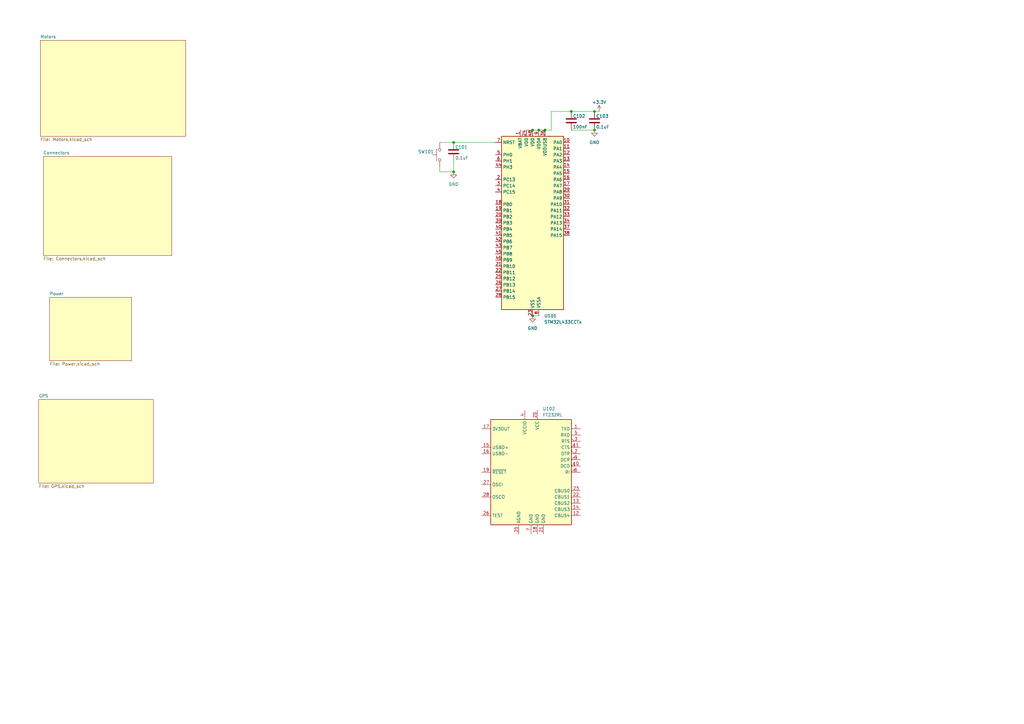
<source format=kicad_sch>
(kicad_sch (version 20230121) (generator eeschema)
  (paper "A3")
  (title_block (title "Tracking Turrent Board") (date "2024-09-04") (rev "A") (company "ECE 395") (comment 4 "Engineers: Quinn Athas, Aidan Costello"))
  (lib_symbols
    (symbol "Device:C" (pin_numbers hide) (pin_names (offset 0.254))
      (property "Reference" "C" (at 0.635 2.54 0))
      (property "Value" "C" (at 0.635 -2.54 0))
      (symbol "C_0_1"
        (polyline (pts (xy -2.032 -0.762) (xy 2.032 -0.762)) (stroke (width 0.508)))
        (polyline (pts (xy -2.032 0.762) (xy 2.032 0.762)) (stroke (width 0.508)))
      )
      (symbol "C_1_1"
        (pin passive line (at 0 3.81 270) (length 2.794) (name "~") (number "1"))
        (pin passive line (at 0 -3.81 90) (length 2.794) (name "~") (number "2"))
      )
    )
    (symbol "Interface_USB:FT232RL"
      (property "Reference" "U" (at -16.51 22.86 0))
      (property "Value" "FT232RL" (at 10.16 22.86 0))
      (symbol "FT232RL_0_1"
        (rectangle (start -16.51 21.59) (end 16.51 -21.59) (stroke (width 0.254)) (fill (type background)))
      )
      (symbol "FT232RL_1_1"
        (pin output line (at 20.32 17.78 180) (length 3.81) (name "TXD") (number "1"))
        (pin input input_low (at 20.32 2.54 180) (length 3.81) (name "DCD") (number "10"))
        (pin input input_low (at 20.32 10.16 180) (length 3.81) (name "CTS") (number "11"))
        (pin bidirectional line (at 20.32 -17.78 180) (length 3.81) (name "CBUS4") (number "12"))
        (pin bidirectional line (at 20.32 -12.7 180) (length 3.81) (name "CBUS2") (number "13"))
        (pin bidirectional line (at 20.32 -15.24 180) (length 3.81) (name "CBUS3") (number "14"))
        (pin bidirectional line (at -20.32 10.16 0) (length 3.81) (name "USBD+") (number "15"))
        (pin bidirectional line (at -20.32 7.62 0) (length 3.81) (name "USBD-") (number "16"))
        (pin power_out line (at -20.32 17.78 0) (length 3.81) (name "3V3OUT") (number "17"))
        (pin power_in line (at 2.54 -25.4 90) (length 3.81) (name "GND") (number "18"))
        (pin input line (at -20.32 0 0) (length 3.81) (name "~{RESET}") (number "19"))
        (pin output output_low (at 20.32 7.62 180) (length 3.81) (name "DTR") (number "2"))
        (pin power_in line (at 2.54 25.4 270) (length 3.81) (name "VCC") (number "20"))
        (pin power_in line (at 5.08 -25.4 90) (length 3.81) (name "GND") (number "21"))
        (pin bidirectional line (at 20.32 -10.16 180) (length 3.81) (name "CBUS1") (number "22"))
        (pin bidirectional line (at 20.32 -7.62 180) (length 3.81) (name "CBUS0") (number "23"))
        (pin power_in line (at -5.08 -25.4 90) (length 3.81) (name "AGND") (number "25"))
        (pin input line (at -20.32 -17.78 0) (length 3.81) (name "TEST") (number "26"))
        (pin input line (at -20.32 -5.08 0) (length 3.81) (name "OSCI") (number "27"))
        (pin output line (at -20.32 -10.16 0) (length 3.81) (name "OSCO") (number "28"))
        (pin output output_low (at 20.32 12.7 180) (length 3.81) (name "RTS") (number "3"))
        (pin power_in line (at -2.54 25.4 270) (length 3.81) (name "VCCIO") (number "4"))
        (pin input line (at 20.32 15.24 180) (length 3.81) (name "RXD") (number "5"))
        (pin input input_low (at 20.32 0 180) (length 3.81) (name "RI") (number "6"))
        (pin power_in line (at 0 -25.4 90) (length 3.81) (name "GND") (number "7"))
        (pin input input_low (at 20.32 5.08 180) (length 3.81) (name "DCR") (number "9"))
      )
    )
    (symbol "MCU_ST_STM32L4:STM32L433CCTx"
      (property "Reference" "U" (at -12.7 36.83 0))
      (property "Value" "STM32L433CCTx" (at 7.62 36.83 0))
      (symbol "STM32L433CCTx_0_1"
        (rectangle (start -12.7 -35.56) (end 12.7 35.56) (stroke (width 0.254)) (fill (type background)))
      )
      (symbol "STM32L433CCTx_1_1"
        (pin power_in line (at -5.08 38.1 270) (length 2.54) (name "VBAT") (number "1"))
        (pin bidirectional line (at 15.24 33.02 180) (length 2.54) (name "PA0") (number "10"))
        (pin bidirectional line (at 15.24 30.48 180) (length 2.54) (name "PA1") (number "11"))
        (pin bidirectional line (at 15.24 27.94 180) (length 2.54) (name "PA2") (number "12"))
        (pin bidirectional line (at 15.24 25.4 180) (length 2.54) (name "PA3") (number "13"))
        (pin bidirectional line (at 15.24 22.86 180) (length 2.54) (name "PA4") (number "14"))
        (pin bidirectional line (at 15.24 20.32 180) (length 2.54) (name "PA5") (number "15"))
        (pin bidirectional line (at 15.24 17.78 180) (length 2.54) (name "PA6") (number "16"))
        (pin bidirectional line (at 15.24 15.24 180) (length 2.54) (name "PA7") (number "17"))
        (pin bidirectional line (at -15.24 7.62 0) (length 2.54) (name "PB0") (number "18"))
        (pin bidirectional line (at -15.24 5.08 0) (length 2.54) (name "PB1") (number "19"))
        (pin bidirectional line (at -15.24 17.78 0) (length 2.54) (name "PC13") (number "2"))
        (pin bidirectional line (at -15.24 2.54 0) (length 2.54) (name "PB2") (number "20"))
        (pin bidirectional line (at -15.24 -17.78 0) (length 2.54) (name "PB10") (number "21"))
        (pin bidirectional line (at -15.24 -20.32 0) (length 2.54) (name "PB11") (number "22"))
        (pin power_in line (at 0 -38.1 90) (length 2.54) (name "VSS") (number "23"))
        (pin power_in line (at -2.54 38.1 270) (length 2.54) (name "VDD") (number "24"))
        (pin bidirectional line (at -15.24 -22.86 0) (length 2.54) (name "PB12") (number "25"))
        (pin bidirectional line (at -15.24 -25.4 0) (length 2.54) (name "PB13") (number "26"))
        (pin bidirectional line (at -15.24 -27.94 0) (length 2.54) (name "PB14") (number "27"))
        (pin bidirectional line (at -15.24 -30.48 0) (length 2.54) (name "PB15") (number "28"))
        (pin bidirectional line (at 15.24 12.7 180) (length 2.54) (name "PA8") (number "29"))
        (pin bidirectional line (at -15.24 15.24 0) (length 2.54) (name "PC14") (number "3"))
        (pin bidirectional line (at 15.24 10.16 180) (length 2.54) (name "PA9") (number "30"))
        (pin bidirectional line (at 15.24 7.62 180) (length 2.54) (name "PA10") (number "31"))
        (pin bidirectional line (at 15.24 5.08 180) (length 2.54) (name "PA11") (number "32"))
        (pin bidirectional line (at 15.24 2.54 180) (length 2.54) (name "PA12") (number "33"))
        (pin bidirectional line (at 15.24 0 180) (length 2.54) (name "PA13") (number "34"))
        (pin passive line (at 0 -38.1 90) (length 2.54) hide (name "VSS") (number "35"))
        (pin power_in line (at 5.08 38.1 270) (length 2.54) (name "VDDUSB") (number "36"))
        (pin bidirectional line (at 15.24 -2.54 180) (length 2.54) (name "PA14") (number "37"))
        (pin bidirectional line (at 15.24 -5.08 180) (length 2.54) (name "PA15") (number "38"))
        (pin bidirectional line (at -15.24 0 0) (length 2.54) (name "PB3") (number "39"))
        (pin bidirectional line (at -15.24 12.7 0) (length 2.54) (name "PC15") (number "4"))
        (pin bidirectional line (at -15.24 -2.54 0) (length 2.54) (name "PB4") (number "40"))
        (pin bidirectional line (at -15.24 -5.08 0) (length 2.54) (name "PB5") (number "41"))
        (pin bidirectional line (at -15.24 -7.62 0) (length 2.54) (name "PB6") (number "42"))
        (pin bidirectional line (at -15.24 -10.16 0) (length 2.54) (name "PB7") (number "43"))
        (pin bidirectional line (at -15.24 22.86 0) (length 2.54) (name "PH3") (number "44"))
        (pin bidirectional line (at -15.24 -12.7 0) (length 2.54) (name "PB8") (number "45"))
        (pin bidirectional line (at -15.24 -15.24 0) (length 2.54) (name "PB9") (number "46"))
        (pin passive line (at 0 -38.1 90) (length 2.54) hide (name "VSS") (number "47"))
        (pin power_in line (at 0 38.1 270) (length 2.54) (name "VDD") (number "48"))
        (pin bidirectional line (at -15.24 27.94 0) (length 2.54) (name "PH0") (number "5"))
        (pin bidirectional line (at -15.24 25.4 0) (length 2.54) (name "PH1") (number "6"))
        (pin input line (at -15.24 33.02 0) (length 2.54) (name "NRST") (number "7"))
        (pin power_in line (at 2.54 -38.1 90) (length 2.54) (name "VSSA") (number "8"))
        (pin power_in line (at 2.54 38.1 270) (length 2.54) (name "VDDA") (number "9"))
      )
    )
    (symbol "Switch:SW_MEC_5G" (pin_numbers hide) (pin_names (offset 1.016) hide)
      (property "Reference" "SW" (at 1.27 2.54 0))
      (property "Value" "SW_MEC_5G" (at 0 -1.524 0))
      (symbol "SW_MEC_5G_0_1"
        (circle (center -2.032 0) (radius 0.508))
        (polyline (pts (xy 0 1.27) (xy 0 3.048)))
        (polyline (pts (xy 2.54 1.27) (xy -2.54 1.27)))
        (circle (center 2.032 0) (radius 0.508))
        (pin passive line (at -5.08 0 0) (length 2.54) (name "A") (number "1"))
        (pin passive line (at 5.08 0 180) (length 2.54) (name "B") (number "3"))
      )
      (symbol "SW_MEC_5G_1_1"
        (pin passive line (at -5.08 0 0) (length 2.54) hide (name "A") (number "2"))
        (pin passive line (at 5.08 0 180) (length 2.54) hide (name "B") (number "4"))
      )
    )
    (symbol "power:+3.3V" (power) (pin_names (offset 0))
      (property "Value" "+3.3V" (at 0 3.556 0))
      (symbol "+3.3V_0_1"
        (polyline (pts (xy -0.762 1.27) (xy 0 2.54)))
        (polyline (pts (xy 0 0) (xy 0 2.54)))
        (polyline (pts (xy 0 2.54) (xy 0.762 1.27)))
      )
      (symbol "+3.3V_1_1"
        (pin power_in line (at 0 0 90) (length 0) hide (name "+3.3V") (number "1"))
      )
    )
    (symbol "power:GND" (power) (pin_names (offset 0))
      (property "Value" "GND" (at 0 -3.81 0))
      (symbol "GND_0_1"
        (polyline (pts (xy 0 0) (xy 0 -1.27) (xy 1.27 -1.27) (xy 0 -2.54) (xy -1.27 -1.27) (xy 0 -1.27)))
      )
      (symbol "GND_1_1"
        (pin power_in line (at 0 0 270) (length 0) hide (name "GND") (number "1"))
      )
    )
  )
  (junction (at 243.84 53.34))
  (junction (at 186.055 58.42))
  (junction (at 218.44 129.54))
  (junction (at 186.055 70.485))
  (junction (at 218.44 53.34))
  (junction (at 220.98 53.34))
  (junction (at 223.52 53.34))
  (junction (at 234.315 45.72))
  (junction (at 243.84 45.72))
  (wire (pts (xy 180.34 68.58) (xy 180.34 70.485)))
  (wire (pts (xy 245.745 45.72) (xy 243.84 45.72)))
  (wire (pts (xy 223.52 53.34) (xy 226.06 53.34)))
  (wire (pts (xy 234.315 45.72) (xy 226.06 45.72)))
  (wire (pts (xy 180.34 58.42) (xy 186.055 58.42)))
  (wire (pts (xy 234.315 53.34) (xy 243.84 53.34)))
  (wire (pts (xy 226.06 45.72) (xy 226.06 53.34)))
  (wire (pts (xy 186.055 70.485) (xy 180.34 70.485)))
  (wire (pts (xy 218.44 53.34) (xy 220.98 53.34)))
  (wire (pts (xy 186.055 58.42) (xy 203.2 58.42)))
  (wire (pts (xy 215.9 53.34) (xy 218.44 53.34)))
  (wire (pts (xy 220.98 129.54) (xy 218.44 129.54)))
  (wire (pts (xy 220.98 53.34) (xy 223.52 53.34)))
  (wire (pts (xy 243.84 45.72) (xy 234.315 45.72)))
  (wire (pts (xy 186.055 66.04) (xy 186.055 70.485)))
  (symbol (lib_id "Switch:SW_MEC_5G") (at 180.34 63.5 90) (unit 1)
    (property "Reference" "SW101" (at 171.45 62.23 90) (effects (justify right)))
    (property "Value" "SW_MEC_5G" (effects hide))
    (property "Datasheet" "http://www.apem.com/int/index.php?controller=attachment&id_attachment=488" (effects hide))
  )
  (symbol (lib_id "power:GND") (at 218.44 129.54 0) (unit 1)
    (property "Reference" "#PWR0102" (effects hide))
    (property "Value" "GND" (at 218.44 134.62 0))
  )
  (symbol (lib_id "Device:C") (at 186.055 62.23 0) (unit 1)
    (property "Reference" "C101" (at 186.69 60.325 0) (effects (justify left)))
    (property "Value" "0.1uF" (at 186.69 64.77 0) (effects (justify left)))
    (property "Footprint" "Capacitor_SMD:C_0603_1608Metric" (effects hide))
  )
  (symbol (lib_id "power:GND") (at 243.84 53.34 0) (unit 1)
    (property "Reference" "#PWR0104" (effects hide))
    (property "Value" "GND" (at 243.84 58.42 0))
  )
  (symbol (lib_id "Device:C") (at 243.84 49.53 0) (unit 1)
    (property "Reference" "C103" (at 244.475 47.625 0) (effects (justify left)))
    (property "Value" "0.1uF" (at 244.475 52.07 0) (effects (justify left)))
    (property "Footprint" "Capacitor_SMD:C_0603_1608Metric" (effects hide))
  )
  (symbol (lib_id "power:GND") (at 186.055 70.485 0) (unit 1)
    (property "Reference" "#PWR0103" (effects hide))
    (property "Value" "GND" (at 186.055 75.565 0))
  )
  (symbol (lib_id "Interface_USB:FT232RL") (at 217.805 193.675 0) (unit 1)
    (property "Reference" "U102" (at 222.5391 167.64 0) (effects (justify left)))
    (property "Value" "FT232RL" (at 222.5391 170.18 0) (effects (justify left)))
    (property "Footprint" "Package_SO:SSOP-28_5.3x10.2mm_P0.65mm" (effects hide))
    (property "Datasheet" "https://www.ftdichip.com/Support/Documents/DataSheets/ICs/DS_FT232R.pdf" (effects hide))
  )
  (symbol (lib_id "Device:C") (at 234.315 49.53 0) (unit 1)
    (property "Reference" "C102" (at 234.95 47.625 0) (effects (justify left)))
    (property "Value" "100nF" (at 234.95 52.07 0) (effects (justify left)))
    (property "Footprint" "Capacitor_SMD:C_0603_1608Metric" (effects hide))
  )
  (symbol (lib_id "MCU_ST_STM32L4:STM32L433CCTx") (at 218.44 91.44 0) (unit 1)
    (property "Reference" "U101" (at 223.1741 129.54 0) (effects (justify left)))
    (property "Value" "STM32L433CCTx" (at 223.1741 132.08 0) (effects (justify left)))
    (property "Footprint" "Package_QFP:LQFP-48_7x7mm_P0.5mm" (effects hide))
    (property "Datasheet" "https://www.st.com/resource/en/datasheet/stm32l433cc.pdf" (effects hide))
  )
  (symbol (lib_id "power:+3.3V") (at 245.745 45.72 0) (unit 1)
    (property "Reference" "#PWR0101" (effects hide))
    (property "Value" "+3.3V" (at 245.745 41.91 0))
  )
  (sheet (at 20.32 121.92) (size 33.655 26.035) (stroke (width 0.1524)) (fill (color 255 255 194 1.0000))
    (property "Sheetname" "Power" (at 20.32 121.2084 0) (effects (justify left bottom)))
    (property "Sheetfile" "Power.kicad_sch" (at 20.32 148.5396 0) (effects (justify left top)))
  )
  (sheet (at 17.78 64.135) (size 52.705 40.64) (stroke (width 0.1524)) (fill (color 255 255 194 1.0000))
    (property "Sheetname" "Connectors" (at 17.78 63.4234 0) (effects (justify left bottom)))
    (property "Sheetfile" "Connectors.kicad_sch" (at 17.78 105.3596 0) (effects (justify left top)))
  )
  (sheet (at 15.875 163.83) (size 46.99 34.29) (stroke (width 0.1524)) (fill (color 255 255 194 1.0000))
    (property "Sheetname" "GPS" (at 15.875 163.1184 0) (effects (justify left bottom)))
    (property "Sheetfile" "GPS.kicad_sch" (at 15.875 198.7046 0) (effects (justify left top)))
  )
  (sheet (at 16.51 16.51) (size 59.69 39.37) (stroke (width 0.1524)) (fill (color 255 255 194 1.0000))
    (property "Sheetname" "Motors" (at 16.51 15.7984 0) (effects (justify left bottom)))
    (property "Sheetfile" "Motors.kicad_sch" (at 16.51 56.4646 0) (effects (justify left top)))
  )
)
</source>
